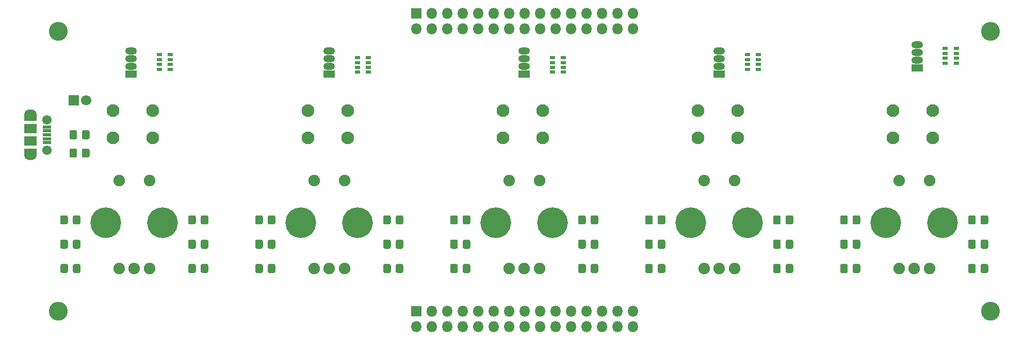
<source format=gbr>
%TF.GenerationSoftware,KiCad,Pcbnew,(5.1.6)-1*%
%TF.CreationDate,2020-10-11T19:25:41-07:00*%
%TF.ProjectId,Autopilot panel,4175746f-7069-46c6-9f74-2070616e656c,rev?*%
%TF.SameCoordinates,Original*%
%TF.FileFunction,Soldermask,Top*%
%TF.FilePolarity,Negative*%
%FSLAX46Y46*%
G04 Gerber Fmt 4.6, Leading zero omitted, Abs format (unit mm)*
G04 Created by KiCad (PCBNEW (5.1.6)-1) date 2020-10-11 19:25:41*
%MOMM*%
%LPD*%
G01*
G04 APERTURE LIST*
%ADD10C,1.900000*%
%ADD11C,5.050000*%
%ADD12C,3.100000*%
%ADD13R,2.000000X1.600000*%
%ADD14C,1.550000*%
%ADD15R,1.450000X0.500000*%
%ADD16O,2.000000X1.300000*%
%ADD17R,2.000000X1.300000*%
%ADD18C,2.100000*%
%ADD19O,1.800000X1.800000*%
%ADD20R,1.800000X1.800000*%
%ADD21R,1.900000X1.170000*%
%ADD22O,1.900000X1.170000*%
%ADD23R,0.900000X0.600000*%
%ADD24R,0.900000X0.500000*%
%ADD25R,1.700000X1.700000*%
%ADD26C,1.700000*%
G04 APERTURE END LIST*
D10*
%TO.C,J6*%
X145000000Y-108000000D03*
X150000000Y-108000000D03*
X147500000Y-108000000D03*
X145000000Y-93500000D03*
X150000000Y-93500000D03*
D11*
X142850000Y-100500000D03*
X152150000Y-100500000D03*
%TD*%
D12*
%TO.C,HOLE4*%
X192000000Y-69000000D03*
%TD*%
%TO.C,HOLE3*%
X192000000Y-115000000D03*
%TD*%
%TO.C,HOLE2*%
X39000000Y-115000000D03*
%TD*%
%TO.C,HOLE1*%
X39000000Y-69000000D03*
%TD*%
%TO.C,C2*%
G36*
G01*
X41425000Y-108478262D02*
X41425000Y-107521738D01*
G75*
G02*
X41696738Y-107250000I271738J0D01*
G01*
X42403262Y-107250000D01*
G75*
G02*
X42675000Y-107521738I0J-271738D01*
G01*
X42675000Y-108478262D01*
G75*
G02*
X42403262Y-108750000I-271738J0D01*
G01*
X41696738Y-108750000D01*
G75*
G02*
X41425000Y-108478262I0J271738D01*
G01*
G37*
G36*
G01*
X39375000Y-108478262D02*
X39375000Y-107521738D01*
G75*
G02*
X39646738Y-107250000I271738J0D01*
G01*
X40353262Y-107250000D01*
G75*
G02*
X40625000Y-107521738I0J-271738D01*
G01*
X40625000Y-108478262D01*
G75*
G02*
X40353262Y-108750000I-271738J0D01*
G01*
X39646738Y-108750000D01*
G75*
G02*
X39375000Y-108478262I0J271738D01*
G01*
G37*
%TD*%
%TO.C,C3*%
G36*
G01*
X63650000Y-107521738D02*
X63650000Y-108478262D01*
G75*
G02*
X63378262Y-108750000I-271738J0D01*
G01*
X62671738Y-108750000D01*
G75*
G02*
X62400000Y-108478262I0J271738D01*
G01*
X62400000Y-107521738D01*
G75*
G02*
X62671738Y-107250000I271738J0D01*
G01*
X63378262Y-107250000D01*
G75*
G02*
X63650000Y-107521738I0J-271738D01*
G01*
G37*
G36*
G01*
X61600000Y-107521738D02*
X61600000Y-108478262D01*
G75*
G02*
X61328262Y-108750000I-271738J0D01*
G01*
X60621738Y-108750000D01*
G75*
G02*
X60350000Y-108478262I0J271738D01*
G01*
X60350000Y-107521738D01*
G75*
G02*
X60621738Y-107250000I271738J0D01*
G01*
X61328262Y-107250000D01*
G75*
G02*
X61600000Y-107521738I0J-271738D01*
G01*
G37*
%TD*%
%TO.C,C4*%
G36*
G01*
X71350000Y-108478262D02*
X71350000Y-107521738D01*
G75*
G02*
X71621738Y-107250000I271738J0D01*
G01*
X72328262Y-107250000D01*
G75*
G02*
X72600000Y-107521738I0J-271738D01*
G01*
X72600000Y-108478262D01*
G75*
G02*
X72328262Y-108750000I-271738J0D01*
G01*
X71621738Y-108750000D01*
G75*
G02*
X71350000Y-108478262I0J271738D01*
G01*
G37*
G36*
G01*
X73400000Y-108478262D02*
X73400000Y-107521738D01*
G75*
G02*
X73671738Y-107250000I271738J0D01*
G01*
X74378262Y-107250000D01*
G75*
G02*
X74650000Y-107521738I0J-271738D01*
G01*
X74650000Y-108478262D01*
G75*
G02*
X74378262Y-108750000I-271738J0D01*
G01*
X73671738Y-108750000D01*
G75*
G02*
X73400000Y-108478262I0J271738D01*
G01*
G37*
%TD*%
%TO.C,C5*%
G36*
G01*
X93600000Y-107521738D02*
X93600000Y-108478262D01*
G75*
G02*
X93328262Y-108750000I-271738J0D01*
G01*
X92621738Y-108750000D01*
G75*
G02*
X92350000Y-108478262I0J271738D01*
G01*
X92350000Y-107521738D01*
G75*
G02*
X92621738Y-107250000I271738J0D01*
G01*
X93328262Y-107250000D01*
G75*
G02*
X93600000Y-107521738I0J-271738D01*
G01*
G37*
G36*
G01*
X95650000Y-107521738D02*
X95650000Y-108478262D01*
G75*
G02*
X95378262Y-108750000I-271738J0D01*
G01*
X94671738Y-108750000D01*
G75*
G02*
X94400000Y-108478262I0J271738D01*
G01*
X94400000Y-107521738D01*
G75*
G02*
X94671738Y-107250000I271738J0D01*
G01*
X95378262Y-107250000D01*
G75*
G02*
X95650000Y-107521738I0J-271738D01*
G01*
G37*
%TD*%
%TO.C,C6*%
G36*
G01*
X103350000Y-108478262D02*
X103350000Y-107521738D01*
G75*
G02*
X103621738Y-107250000I271738J0D01*
G01*
X104328262Y-107250000D01*
G75*
G02*
X104600000Y-107521738I0J-271738D01*
G01*
X104600000Y-108478262D01*
G75*
G02*
X104328262Y-108750000I-271738J0D01*
G01*
X103621738Y-108750000D01*
G75*
G02*
X103350000Y-108478262I0J271738D01*
G01*
G37*
G36*
G01*
X105400000Y-108478262D02*
X105400000Y-107521738D01*
G75*
G02*
X105671738Y-107250000I271738J0D01*
G01*
X106378262Y-107250000D01*
G75*
G02*
X106650000Y-107521738I0J-271738D01*
G01*
X106650000Y-108478262D01*
G75*
G02*
X106378262Y-108750000I-271738J0D01*
G01*
X105671738Y-108750000D01*
G75*
G02*
X105400000Y-108478262I0J271738D01*
G01*
G37*
%TD*%
%TO.C,C7*%
G36*
G01*
X125600000Y-107521738D02*
X125600000Y-108478262D01*
G75*
G02*
X125328262Y-108750000I-271738J0D01*
G01*
X124621738Y-108750000D01*
G75*
G02*
X124350000Y-108478262I0J271738D01*
G01*
X124350000Y-107521738D01*
G75*
G02*
X124621738Y-107250000I271738J0D01*
G01*
X125328262Y-107250000D01*
G75*
G02*
X125600000Y-107521738I0J-271738D01*
G01*
G37*
G36*
G01*
X127650000Y-107521738D02*
X127650000Y-108478262D01*
G75*
G02*
X127378262Y-108750000I-271738J0D01*
G01*
X126671738Y-108750000D01*
G75*
G02*
X126400000Y-108478262I0J271738D01*
G01*
X126400000Y-107521738D01*
G75*
G02*
X126671738Y-107250000I271738J0D01*
G01*
X127378262Y-107250000D01*
G75*
G02*
X127650000Y-107521738I0J-271738D01*
G01*
G37*
%TD*%
%TO.C,C8*%
G36*
G01*
X137400000Y-108478262D02*
X137400000Y-107521738D01*
G75*
G02*
X137671738Y-107250000I271738J0D01*
G01*
X138378262Y-107250000D01*
G75*
G02*
X138650000Y-107521738I0J-271738D01*
G01*
X138650000Y-108478262D01*
G75*
G02*
X138378262Y-108750000I-271738J0D01*
G01*
X137671738Y-108750000D01*
G75*
G02*
X137400000Y-108478262I0J271738D01*
G01*
G37*
G36*
G01*
X135350000Y-108478262D02*
X135350000Y-107521738D01*
G75*
G02*
X135621738Y-107250000I271738J0D01*
G01*
X136328262Y-107250000D01*
G75*
G02*
X136600000Y-107521738I0J-271738D01*
G01*
X136600000Y-108478262D01*
G75*
G02*
X136328262Y-108750000I-271738J0D01*
G01*
X135621738Y-108750000D01*
G75*
G02*
X135350000Y-108478262I0J271738D01*
G01*
G37*
%TD*%
%TO.C,C9*%
G36*
G01*
X159650000Y-107521738D02*
X159650000Y-108478262D01*
G75*
G02*
X159378262Y-108750000I-271738J0D01*
G01*
X158671738Y-108750000D01*
G75*
G02*
X158400000Y-108478262I0J271738D01*
G01*
X158400000Y-107521738D01*
G75*
G02*
X158671738Y-107250000I271738J0D01*
G01*
X159378262Y-107250000D01*
G75*
G02*
X159650000Y-107521738I0J-271738D01*
G01*
G37*
G36*
G01*
X157600000Y-107521738D02*
X157600000Y-108478262D01*
G75*
G02*
X157328262Y-108750000I-271738J0D01*
G01*
X156621738Y-108750000D01*
G75*
G02*
X156350000Y-108478262I0J271738D01*
G01*
X156350000Y-107521738D01*
G75*
G02*
X156621738Y-107250000I271738J0D01*
G01*
X157328262Y-107250000D01*
G75*
G02*
X157600000Y-107521738I0J-271738D01*
G01*
G37*
%TD*%
%TO.C,C10*%
G36*
G01*
X167350000Y-108478262D02*
X167350000Y-107521738D01*
G75*
G02*
X167621738Y-107250000I271738J0D01*
G01*
X168328262Y-107250000D01*
G75*
G02*
X168600000Y-107521738I0J-271738D01*
G01*
X168600000Y-108478262D01*
G75*
G02*
X168328262Y-108750000I-271738J0D01*
G01*
X167621738Y-108750000D01*
G75*
G02*
X167350000Y-108478262I0J271738D01*
G01*
G37*
G36*
G01*
X169400000Y-108478262D02*
X169400000Y-107521738D01*
G75*
G02*
X169671738Y-107250000I271738J0D01*
G01*
X170378262Y-107250000D01*
G75*
G02*
X170650000Y-107521738I0J-271738D01*
G01*
X170650000Y-108478262D01*
G75*
G02*
X170378262Y-108750000I-271738J0D01*
G01*
X169671738Y-108750000D01*
G75*
G02*
X169400000Y-108478262I0J271738D01*
G01*
G37*
%TD*%
%TO.C,C11*%
G36*
G01*
X189600000Y-107521738D02*
X189600000Y-108478262D01*
G75*
G02*
X189328262Y-108750000I-271738J0D01*
G01*
X188621738Y-108750000D01*
G75*
G02*
X188350000Y-108478262I0J271738D01*
G01*
X188350000Y-107521738D01*
G75*
G02*
X188621738Y-107250000I271738J0D01*
G01*
X189328262Y-107250000D01*
G75*
G02*
X189600000Y-107521738I0J-271738D01*
G01*
G37*
G36*
G01*
X191650000Y-107521738D02*
X191650000Y-108478262D01*
G75*
G02*
X191378262Y-108750000I-271738J0D01*
G01*
X190671738Y-108750000D01*
G75*
G02*
X190400000Y-108478262I0J271738D01*
G01*
X190400000Y-107521738D01*
G75*
G02*
X190671738Y-107250000I271738J0D01*
G01*
X191378262Y-107250000D01*
G75*
G02*
X191650000Y-107521738I0J-271738D01*
G01*
G37*
%TD*%
D13*
%TO.C,J1*%
X34462500Y-87000000D03*
D14*
X37162500Y-83500000D03*
D15*
X37162500Y-85350000D03*
X37162500Y-84700000D03*
X37162500Y-87300000D03*
X37162500Y-86650000D03*
X37162500Y-86000000D03*
D14*
X37162500Y-88500000D03*
D13*
X34462500Y-85000000D03*
D16*
X34462500Y-82500000D03*
X34462500Y-89500000D03*
D17*
X34462500Y-88900000D03*
X34462500Y-83100000D03*
%TD*%
D10*
%TO.C,J3*%
X49000000Y-108000000D03*
X54000000Y-108000000D03*
X51500000Y-108000000D03*
X49000000Y-93500000D03*
X54000000Y-93500000D03*
D11*
X46850000Y-100500000D03*
X56150000Y-100500000D03*
%TD*%
D10*
%TO.C,J4*%
X81000000Y-108000000D03*
X86000000Y-108000000D03*
X83500000Y-108000000D03*
X81000000Y-93500000D03*
X86000000Y-93500000D03*
D11*
X78850000Y-100500000D03*
X88150000Y-100500000D03*
%TD*%
%TO.C,J5*%
X120150000Y-100500000D03*
X110850000Y-100500000D03*
D10*
X118000000Y-93500000D03*
X113000000Y-93500000D03*
X115500000Y-108000000D03*
X118000000Y-108000000D03*
X113000000Y-108000000D03*
%TD*%
D11*
%TO.C,J7*%
X184150000Y-100500000D03*
X174850000Y-100500000D03*
D10*
X182000000Y-93500000D03*
X177000000Y-93500000D03*
X179500000Y-108000000D03*
X182000000Y-108000000D03*
X177000000Y-108000000D03*
%TD*%
%TO.C,R6*%
G36*
G01*
X41400000Y-104478262D02*
X41400000Y-103521738D01*
G75*
G02*
X41671738Y-103250000I271738J0D01*
G01*
X42378262Y-103250000D01*
G75*
G02*
X42650000Y-103521738I0J-271738D01*
G01*
X42650000Y-104478262D01*
G75*
G02*
X42378262Y-104750000I-271738J0D01*
G01*
X41671738Y-104750000D01*
G75*
G02*
X41400000Y-104478262I0J271738D01*
G01*
G37*
G36*
G01*
X39350000Y-104478262D02*
X39350000Y-103521738D01*
G75*
G02*
X39621738Y-103250000I271738J0D01*
G01*
X40328262Y-103250000D01*
G75*
G02*
X40600000Y-103521738I0J-271738D01*
G01*
X40600000Y-104478262D01*
G75*
G02*
X40328262Y-104750000I-271738J0D01*
G01*
X39621738Y-104750000D01*
G75*
G02*
X39350000Y-104478262I0J271738D01*
G01*
G37*
%TD*%
%TO.C,R7*%
G36*
G01*
X63650000Y-103521738D02*
X63650000Y-104478262D01*
G75*
G02*
X63378262Y-104750000I-271738J0D01*
G01*
X62671738Y-104750000D01*
G75*
G02*
X62400000Y-104478262I0J271738D01*
G01*
X62400000Y-103521738D01*
G75*
G02*
X62671738Y-103250000I271738J0D01*
G01*
X63378262Y-103250000D01*
G75*
G02*
X63650000Y-103521738I0J-271738D01*
G01*
G37*
G36*
G01*
X61600000Y-103521738D02*
X61600000Y-104478262D01*
G75*
G02*
X61328262Y-104750000I-271738J0D01*
G01*
X60621738Y-104750000D01*
G75*
G02*
X60350000Y-104478262I0J271738D01*
G01*
X60350000Y-103521738D01*
G75*
G02*
X60621738Y-103250000I271738J0D01*
G01*
X61328262Y-103250000D01*
G75*
G02*
X61600000Y-103521738I0J-271738D01*
G01*
G37*
%TD*%
%TO.C,R8*%
G36*
G01*
X39350000Y-100478262D02*
X39350000Y-99521738D01*
G75*
G02*
X39621738Y-99250000I271738J0D01*
G01*
X40328262Y-99250000D01*
G75*
G02*
X40600000Y-99521738I0J-271738D01*
G01*
X40600000Y-100478262D01*
G75*
G02*
X40328262Y-100750000I-271738J0D01*
G01*
X39621738Y-100750000D01*
G75*
G02*
X39350000Y-100478262I0J271738D01*
G01*
G37*
G36*
G01*
X41400000Y-100478262D02*
X41400000Y-99521738D01*
G75*
G02*
X41671738Y-99250000I271738J0D01*
G01*
X42378262Y-99250000D01*
G75*
G02*
X42650000Y-99521738I0J-271738D01*
G01*
X42650000Y-100478262D01*
G75*
G02*
X42378262Y-100750000I-271738J0D01*
G01*
X41671738Y-100750000D01*
G75*
G02*
X41400000Y-100478262I0J271738D01*
G01*
G37*
%TD*%
%TO.C,R9*%
G36*
G01*
X61600000Y-99521738D02*
X61600000Y-100478262D01*
G75*
G02*
X61328262Y-100750000I-271738J0D01*
G01*
X60621738Y-100750000D01*
G75*
G02*
X60350000Y-100478262I0J271738D01*
G01*
X60350000Y-99521738D01*
G75*
G02*
X60621738Y-99250000I271738J0D01*
G01*
X61328262Y-99250000D01*
G75*
G02*
X61600000Y-99521738I0J-271738D01*
G01*
G37*
G36*
G01*
X63650000Y-99521738D02*
X63650000Y-100478262D01*
G75*
G02*
X63378262Y-100750000I-271738J0D01*
G01*
X62671738Y-100750000D01*
G75*
G02*
X62400000Y-100478262I0J271738D01*
G01*
X62400000Y-99521738D01*
G75*
G02*
X62671738Y-99250000I271738J0D01*
G01*
X63378262Y-99250000D01*
G75*
G02*
X63650000Y-99521738I0J-271738D01*
G01*
G37*
%TD*%
%TO.C,R10*%
G36*
G01*
X73400000Y-104478262D02*
X73400000Y-103521738D01*
G75*
G02*
X73671738Y-103250000I271738J0D01*
G01*
X74378262Y-103250000D01*
G75*
G02*
X74650000Y-103521738I0J-271738D01*
G01*
X74650000Y-104478262D01*
G75*
G02*
X74378262Y-104750000I-271738J0D01*
G01*
X73671738Y-104750000D01*
G75*
G02*
X73400000Y-104478262I0J271738D01*
G01*
G37*
G36*
G01*
X71350000Y-104478262D02*
X71350000Y-103521738D01*
G75*
G02*
X71621738Y-103250000I271738J0D01*
G01*
X72328262Y-103250000D01*
G75*
G02*
X72600000Y-103521738I0J-271738D01*
G01*
X72600000Y-104478262D01*
G75*
G02*
X72328262Y-104750000I-271738J0D01*
G01*
X71621738Y-104750000D01*
G75*
G02*
X71350000Y-104478262I0J271738D01*
G01*
G37*
%TD*%
%TO.C,R11*%
G36*
G01*
X93600000Y-103521738D02*
X93600000Y-104478262D01*
G75*
G02*
X93328262Y-104750000I-271738J0D01*
G01*
X92621738Y-104750000D01*
G75*
G02*
X92350000Y-104478262I0J271738D01*
G01*
X92350000Y-103521738D01*
G75*
G02*
X92621738Y-103250000I271738J0D01*
G01*
X93328262Y-103250000D01*
G75*
G02*
X93600000Y-103521738I0J-271738D01*
G01*
G37*
G36*
G01*
X95650000Y-103521738D02*
X95650000Y-104478262D01*
G75*
G02*
X95378262Y-104750000I-271738J0D01*
G01*
X94671738Y-104750000D01*
G75*
G02*
X94400000Y-104478262I0J271738D01*
G01*
X94400000Y-103521738D01*
G75*
G02*
X94671738Y-103250000I271738J0D01*
G01*
X95378262Y-103250000D01*
G75*
G02*
X95650000Y-103521738I0J-271738D01*
G01*
G37*
%TD*%
%TO.C,R12*%
G36*
G01*
X73400000Y-100478262D02*
X73400000Y-99521738D01*
G75*
G02*
X73671738Y-99250000I271738J0D01*
G01*
X74378262Y-99250000D01*
G75*
G02*
X74650000Y-99521738I0J-271738D01*
G01*
X74650000Y-100478262D01*
G75*
G02*
X74378262Y-100750000I-271738J0D01*
G01*
X73671738Y-100750000D01*
G75*
G02*
X73400000Y-100478262I0J271738D01*
G01*
G37*
G36*
G01*
X71350000Y-100478262D02*
X71350000Y-99521738D01*
G75*
G02*
X71621738Y-99250000I271738J0D01*
G01*
X72328262Y-99250000D01*
G75*
G02*
X72600000Y-99521738I0J-271738D01*
G01*
X72600000Y-100478262D01*
G75*
G02*
X72328262Y-100750000I-271738J0D01*
G01*
X71621738Y-100750000D01*
G75*
G02*
X71350000Y-100478262I0J271738D01*
G01*
G37*
%TD*%
%TO.C,R13*%
G36*
G01*
X95650000Y-99521738D02*
X95650000Y-100478262D01*
G75*
G02*
X95378262Y-100750000I-271738J0D01*
G01*
X94671738Y-100750000D01*
G75*
G02*
X94400000Y-100478262I0J271738D01*
G01*
X94400000Y-99521738D01*
G75*
G02*
X94671738Y-99250000I271738J0D01*
G01*
X95378262Y-99250000D01*
G75*
G02*
X95650000Y-99521738I0J-271738D01*
G01*
G37*
G36*
G01*
X93600000Y-99521738D02*
X93600000Y-100478262D01*
G75*
G02*
X93328262Y-100750000I-271738J0D01*
G01*
X92621738Y-100750000D01*
G75*
G02*
X92350000Y-100478262I0J271738D01*
G01*
X92350000Y-99521738D01*
G75*
G02*
X92621738Y-99250000I271738J0D01*
G01*
X93328262Y-99250000D01*
G75*
G02*
X93600000Y-99521738I0J-271738D01*
G01*
G37*
%TD*%
%TO.C,R14*%
G36*
G01*
X103350000Y-104478262D02*
X103350000Y-103521738D01*
G75*
G02*
X103621738Y-103250000I271738J0D01*
G01*
X104328262Y-103250000D01*
G75*
G02*
X104600000Y-103521738I0J-271738D01*
G01*
X104600000Y-104478262D01*
G75*
G02*
X104328262Y-104750000I-271738J0D01*
G01*
X103621738Y-104750000D01*
G75*
G02*
X103350000Y-104478262I0J271738D01*
G01*
G37*
G36*
G01*
X105400000Y-104478262D02*
X105400000Y-103521738D01*
G75*
G02*
X105671738Y-103250000I271738J0D01*
G01*
X106378262Y-103250000D01*
G75*
G02*
X106650000Y-103521738I0J-271738D01*
G01*
X106650000Y-104478262D01*
G75*
G02*
X106378262Y-104750000I-271738J0D01*
G01*
X105671738Y-104750000D01*
G75*
G02*
X105400000Y-104478262I0J271738D01*
G01*
G37*
%TD*%
%TO.C,R15*%
G36*
G01*
X125600000Y-103521738D02*
X125600000Y-104478262D01*
G75*
G02*
X125328262Y-104750000I-271738J0D01*
G01*
X124621738Y-104750000D01*
G75*
G02*
X124350000Y-104478262I0J271738D01*
G01*
X124350000Y-103521738D01*
G75*
G02*
X124621738Y-103250000I271738J0D01*
G01*
X125328262Y-103250000D01*
G75*
G02*
X125600000Y-103521738I0J-271738D01*
G01*
G37*
G36*
G01*
X127650000Y-103521738D02*
X127650000Y-104478262D01*
G75*
G02*
X127378262Y-104750000I-271738J0D01*
G01*
X126671738Y-104750000D01*
G75*
G02*
X126400000Y-104478262I0J271738D01*
G01*
X126400000Y-103521738D01*
G75*
G02*
X126671738Y-103250000I271738J0D01*
G01*
X127378262Y-103250000D01*
G75*
G02*
X127650000Y-103521738I0J-271738D01*
G01*
G37*
%TD*%
%TO.C,R16*%
G36*
G01*
X103350000Y-100478262D02*
X103350000Y-99521738D01*
G75*
G02*
X103621738Y-99250000I271738J0D01*
G01*
X104328262Y-99250000D01*
G75*
G02*
X104600000Y-99521738I0J-271738D01*
G01*
X104600000Y-100478262D01*
G75*
G02*
X104328262Y-100750000I-271738J0D01*
G01*
X103621738Y-100750000D01*
G75*
G02*
X103350000Y-100478262I0J271738D01*
G01*
G37*
G36*
G01*
X105400000Y-100478262D02*
X105400000Y-99521738D01*
G75*
G02*
X105671738Y-99250000I271738J0D01*
G01*
X106378262Y-99250000D01*
G75*
G02*
X106650000Y-99521738I0J-271738D01*
G01*
X106650000Y-100478262D01*
G75*
G02*
X106378262Y-100750000I-271738J0D01*
G01*
X105671738Y-100750000D01*
G75*
G02*
X105400000Y-100478262I0J271738D01*
G01*
G37*
%TD*%
%TO.C,R17*%
G36*
G01*
X127650000Y-99521738D02*
X127650000Y-100478262D01*
G75*
G02*
X127378262Y-100750000I-271738J0D01*
G01*
X126671738Y-100750000D01*
G75*
G02*
X126400000Y-100478262I0J271738D01*
G01*
X126400000Y-99521738D01*
G75*
G02*
X126671738Y-99250000I271738J0D01*
G01*
X127378262Y-99250000D01*
G75*
G02*
X127650000Y-99521738I0J-271738D01*
G01*
G37*
G36*
G01*
X125600000Y-99521738D02*
X125600000Y-100478262D01*
G75*
G02*
X125328262Y-100750000I-271738J0D01*
G01*
X124621738Y-100750000D01*
G75*
G02*
X124350000Y-100478262I0J271738D01*
G01*
X124350000Y-99521738D01*
G75*
G02*
X124621738Y-99250000I271738J0D01*
G01*
X125328262Y-99250000D01*
G75*
G02*
X125600000Y-99521738I0J-271738D01*
G01*
G37*
%TD*%
%TO.C,R18*%
G36*
G01*
X135350000Y-104478262D02*
X135350000Y-103521738D01*
G75*
G02*
X135621738Y-103250000I271738J0D01*
G01*
X136328262Y-103250000D01*
G75*
G02*
X136600000Y-103521738I0J-271738D01*
G01*
X136600000Y-104478262D01*
G75*
G02*
X136328262Y-104750000I-271738J0D01*
G01*
X135621738Y-104750000D01*
G75*
G02*
X135350000Y-104478262I0J271738D01*
G01*
G37*
G36*
G01*
X137400000Y-104478262D02*
X137400000Y-103521738D01*
G75*
G02*
X137671738Y-103250000I271738J0D01*
G01*
X138378262Y-103250000D01*
G75*
G02*
X138650000Y-103521738I0J-271738D01*
G01*
X138650000Y-104478262D01*
G75*
G02*
X138378262Y-104750000I-271738J0D01*
G01*
X137671738Y-104750000D01*
G75*
G02*
X137400000Y-104478262I0J271738D01*
G01*
G37*
%TD*%
%TO.C,R19*%
G36*
G01*
X157600000Y-103521738D02*
X157600000Y-104478262D01*
G75*
G02*
X157328262Y-104750000I-271738J0D01*
G01*
X156621738Y-104750000D01*
G75*
G02*
X156350000Y-104478262I0J271738D01*
G01*
X156350000Y-103521738D01*
G75*
G02*
X156621738Y-103250000I271738J0D01*
G01*
X157328262Y-103250000D01*
G75*
G02*
X157600000Y-103521738I0J-271738D01*
G01*
G37*
G36*
G01*
X159650000Y-103521738D02*
X159650000Y-104478262D01*
G75*
G02*
X159378262Y-104750000I-271738J0D01*
G01*
X158671738Y-104750000D01*
G75*
G02*
X158400000Y-104478262I0J271738D01*
G01*
X158400000Y-103521738D01*
G75*
G02*
X158671738Y-103250000I271738J0D01*
G01*
X159378262Y-103250000D01*
G75*
G02*
X159650000Y-103521738I0J-271738D01*
G01*
G37*
%TD*%
%TO.C,R20*%
G36*
G01*
X137400000Y-100478262D02*
X137400000Y-99521738D01*
G75*
G02*
X137671738Y-99250000I271738J0D01*
G01*
X138378262Y-99250000D01*
G75*
G02*
X138650000Y-99521738I0J-271738D01*
G01*
X138650000Y-100478262D01*
G75*
G02*
X138378262Y-100750000I-271738J0D01*
G01*
X137671738Y-100750000D01*
G75*
G02*
X137400000Y-100478262I0J271738D01*
G01*
G37*
G36*
G01*
X135350000Y-100478262D02*
X135350000Y-99521738D01*
G75*
G02*
X135621738Y-99250000I271738J0D01*
G01*
X136328262Y-99250000D01*
G75*
G02*
X136600000Y-99521738I0J-271738D01*
G01*
X136600000Y-100478262D01*
G75*
G02*
X136328262Y-100750000I-271738J0D01*
G01*
X135621738Y-100750000D01*
G75*
G02*
X135350000Y-100478262I0J271738D01*
G01*
G37*
%TD*%
%TO.C,R21*%
G36*
G01*
X159650000Y-99521738D02*
X159650000Y-100478262D01*
G75*
G02*
X159378262Y-100750000I-271738J0D01*
G01*
X158671738Y-100750000D01*
G75*
G02*
X158400000Y-100478262I0J271738D01*
G01*
X158400000Y-99521738D01*
G75*
G02*
X158671738Y-99250000I271738J0D01*
G01*
X159378262Y-99250000D01*
G75*
G02*
X159650000Y-99521738I0J-271738D01*
G01*
G37*
G36*
G01*
X157600000Y-99521738D02*
X157600000Y-100478262D01*
G75*
G02*
X157328262Y-100750000I-271738J0D01*
G01*
X156621738Y-100750000D01*
G75*
G02*
X156350000Y-100478262I0J271738D01*
G01*
X156350000Y-99521738D01*
G75*
G02*
X156621738Y-99250000I271738J0D01*
G01*
X157328262Y-99250000D01*
G75*
G02*
X157600000Y-99521738I0J-271738D01*
G01*
G37*
%TD*%
%TO.C,R22*%
G36*
G01*
X167350000Y-104478262D02*
X167350000Y-103521738D01*
G75*
G02*
X167621738Y-103250000I271738J0D01*
G01*
X168328262Y-103250000D01*
G75*
G02*
X168600000Y-103521738I0J-271738D01*
G01*
X168600000Y-104478262D01*
G75*
G02*
X168328262Y-104750000I-271738J0D01*
G01*
X167621738Y-104750000D01*
G75*
G02*
X167350000Y-104478262I0J271738D01*
G01*
G37*
G36*
G01*
X169400000Y-104478262D02*
X169400000Y-103521738D01*
G75*
G02*
X169671738Y-103250000I271738J0D01*
G01*
X170378262Y-103250000D01*
G75*
G02*
X170650000Y-103521738I0J-271738D01*
G01*
X170650000Y-104478262D01*
G75*
G02*
X170378262Y-104750000I-271738J0D01*
G01*
X169671738Y-104750000D01*
G75*
G02*
X169400000Y-104478262I0J271738D01*
G01*
G37*
%TD*%
%TO.C,R23*%
G36*
G01*
X189600000Y-103521738D02*
X189600000Y-104478262D01*
G75*
G02*
X189328262Y-104750000I-271738J0D01*
G01*
X188621738Y-104750000D01*
G75*
G02*
X188350000Y-104478262I0J271738D01*
G01*
X188350000Y-103521738D01*
G75*
G02*
X188621738Y-103250000I271738J0D01*
G01*
X189328262Y-103250000D01*
G75*
G02*
X189600000Y-103521738I0J-271738D01*
G01*
G37*
G36*
G01*
X191650000Y-103521738D02*
X191650000Y-104478262D01*
G75*
G02*
X191378262Y-104750000I-271738J0D01*
G01*
X190671738Y-104750000D01*
G75*
G02*
X190400000Y-104478262I0J271738D01*
G01*
X190400000Y-103521738D01*
G75*
G02*
X190671738Y-103250000I271738J0D01*
G01*
X191378262Y-103250000D01*
G75*
G02*
X191650000Y-103521738I0J-271738D01*
G01*
G37*
%TD*%
%TO.C,R24*%
G36*
G01*
X169400000Y-100478262D02*
X169400000Y-99521738D01*
G75*
G02*
X169671738Y-99250000I271738J0D01*
G01*
X170378262Y-99250000D01*
G75*
G02*
X170650000Y-99521738I0J-271738D01*
G01*
X170650000Y-100478262D01*
G75*
G02*
X170378262Y-100750000I-271738J0D01*
G01*
X169671738Y-100750000D01*
G75*
G02*
X169400000Y-100478262I0J271738D01*
G01*
G37*
G36*
G01*
X167350000Y-100478262D02*
X167350000Y-99521738D01*
G75*
G02*
X167621738Y-99250000I271738J0D01*
G01*
X168328262Y-99250000D01*
G75*
G02*
X168600000Y-99521738I0J-271738D01*
G01*
X168600000Y-100478262D01*
G75*
G02*
X168328262Y-100750000I-271738J0D01*
G01*
X167621738Y-100750000D01*
G75*
G02*
X167350000Y-100478262I0J271738D01*
G01*
G37*
%TD*%
%TO.C,R25*%
G36*
G01*
X191650000Y-99521738D02*
X191650000Y-100478262D01*
G75*
G02*
X191378262Y-100750000I-271738J0D01*
G01*
X190671738Y-100750000D01*
G75*
G02*
X190400000Y-100478262I0J271738D01*
G01*
X190400000Y-99521738D01*
G75*
G02*
X190671738Y-99250000I271738J0D01*
G01*
X191378262Y-99250000D01*
G75*
G02*
X191650000Y-99521738I0J-271738D01*
G01*
G37*
G36*
G01*
X189600000Y-99521738D02*
X189600000Y-100478262D01*
G75*
G02*
X189328262Y-100750000I-271738J0D01*
G01*
X188621738Y-100750000D01*
G75*
G02*
X188350000Y-100478262I0J271738D01*
G01*
X188350000Y-99521738D01*
G75*
G02*
X188621738Y-99250000I271738J0D01*
G01*
X189328262Y-99250000D01*
G75*
G02*
X189600000Y-99521738I0J-271738D01*
G01*
G37*
%TD*%
D18*
%TO.C,SW1*%
X48000000Y-86500000D03*
X48000000Y-82000000D03*
X54500000Y-86500000D03*
X54500000Y-82000000D03*
%TD*%
%TO.C,SW2*%
X86500000Y-82000000D03*
X86500000Y-86500000D03*
X80000000Y-82000000D03*
X80000000Y-86500000D03*
%TD*%
%TO.C,SW3*%
X112000000Y-86500000D03*
X112000000Y-82000000D03*
X118500000Y-86500000D03*
X118500000Y-82000000D03*
%TD*%
%TO.C,SW4*%
X150500000Y-82000000D03*
X150500000Y-86500000D03*
X144000000Y-82000000D03*
X144000000Y-86500000D03*
%TD*%
%TO.C,SW5*%
X176000000Y-86500000D03*
X176000000Y-82000000D03*
X182500000Y-86500000D03*
X182500000Y-82000000D03*
%TD*%
%TO.C,D6*%
G36*
G01*
X44150000Y-88521738D02*
X44150000Y-89478262D01*
G75*
G02*
X43878262Y-89750000I-271738J0D01*
G01*
X43171738Y-89750000D01*
G75*
G02*
X42900000Y-89478262I0J271738D01*
G01*
X42900000Y-88521738D01*
G75*
G02*
X43171738Y-88250000I271738J0D01*
G01*
X43878262Y-88250000D01*
G75*
G02*
X44150000Y-88521738I0J-271738D01*
G01*
G37*
G36*
G01*
X42100000Y-88521738D02*
X42100000Y-89478262D01*
G75*
G02*
X41828262Y-89750000I-271738J0D01*
G01*
X41121738Y-89750000D01*
G75*
G02*
X40850000Y-89478262I0J271738D01*
G01*
X40850000Y-88521738D01*
G75*
G02*
X41121738Y-88250000I271738J0D01*
G01*
X41828262Y-88250000D01*
G75*
G02*
X42100000Y-88521738I0J-271738D01*
G01*
G37*
%TD*%
%TO.C,R26*%
G36*
G01*
X40850000Y-86478262D02*
X40850000Y-85521738D01*
G75*
G02*
X41121738Y-85250000I271738J0D01*
G01*
X41828262Y-85250000D01*
G75*
G02*
X42100000Y-85521738I0J-271738D01*
G01*
X42100000Y-86478262D01*
G75*
G02*
X41828262Y-86750000I-271738J0D01*
G01*
X41121738Y-86750000D01*
G75*
G02*
X40850000Y-86478262I0J271738D01*
G01*
G37*
G36*
G01*
X42900000Y-86478262D02*
X42900000Y-85521738D01*
G75*
G02*
X43171738Y-85250000I271738J0D01*
G01*
X43878262Y-85250000D01*
G75*
G02*
X44150000Y-85521738I0J-271738D01*
G01*
X44150000Y-86478262D01*
G75*
G02*
X43878262Y-86750000I-271738J0D01*
G01*
X43171738Y-86750000D01*
G75*
G02*
X42900000Y-86478262I0J271738D01*
G01*
G37*
%TD*%
D19*
%TO.C,J2*%
X133310000Y-117540000D03*
X133310000Y-115000000D03*
X130770000Y-117540000D03*
X130770000Y-115000000D03*
X128230000Y-117540000D03*
X128230000Y-115000000D03*
X125690000Y-117540000D03*
X125690000Y-115000000D03*
X123150000Y-117540000D03*
X123150000Y-115000000D03*
X120610000Y-117540000D03*
X120610000Y-115000000D03*
X118070000Y-117540000D03*
X118070000Y-115000000D03*
X115530000Y-117540000D03*
X115530000Y-115000000D03*
X112990000Y-117540000D03*
X112990000Y-115000000D03*
X110450000Y-117540000D03*
X110450000Y-115000000D03*
X107910000Y-117540000D03*
X107910000Y-115000000D03*
X105370000Y-117540000D03*
X105370000Y-115000000D03*
X102830000Y-117540000D03*
X102830000Y-115000000D03*
X100290000Y-117540000D03*
X100290000Y-115000000D03*
X97750000Y-117540000D03*
D20*
X97750000Y-115000000D03*
%TD*%
%TO.C,J8*%
X97750000Y-66000000D03*
D19*
X97750000Y-68540000D03*
X100290000Y-66000000D03*
X100290000Y-68540000D03*
X102830000Y-66000000D03*
X102830000Y-68540000D03*
X105370000Y-66000000D03*
X105370000Y-68540000D03*
X107910000Y-66000000D03*
X107910000Y-68540000D03*
X110450000Y-66000000D03*
X110450000Y-68540000D03*
X112990000Y-66000000D03*
X112990000Y-68540000D03*
X115530000Y-66000000D03*
X115530000Y-68540000D03*
X118070000Y-66000000D03*
X118070000Y-68540000D03*
X120610000Y-66000000D03*
X120610000Y-68540000D03*
X123150000Y-66000000D03*
X123150000Y-68540000D03*
X125690000Y-66000000D03*
X125690000Y-68540000D03*
X128230000Y-66000000D03*
X128230000Y-68540000D03*
X130770000Y-66000000D03*
X130770000Y-68540000D03*
X133310000Y-66000000D03*
X133310000Y-68540000D03*
%TD*%
D21*
%TO.C,D1*%
X51000000Y-76000000D03*
D22*
X51000000Y-74730000D03*
X51000000Y-73460000D03*
X51000000Y-72190000D03*
%TD*%
D21*
%TO.C,D2*%
X83500000Y-76000000D03*
D22*
X83500000Y-74730000D03*
X83500000Y-73460000D03*
X83500000Y-72190000D03*
%TD*%
D21*
%TO.C,D3*%
X115500000Y-76000000D03*
D22*
X115500000Y-74730000D03*
X115500000Y-73460000D03*
X115500000Y-72190000D03*
%TD*%
%TO.C,D4*%
X147500000Y-72190000D03*
X147500000Y-73460000D03*
X147500000Y-74730000D03*
D21*
X147500000Y-76000000D03*
%TD*%
%TO.C,D5*%
X180000000Y-75000000D03*
D22*
X180000000Y-73730000D03*
X180000000Y-72460000D03*
X180000000Y-71190000D03*
%TD*%
D23*
%TO.C,RN1*%
X55600000Y-72800000D03*
D24*
X55600000Y-74400000D03*
X55600000Y-73600000D03*
D23*
X55600000Y-75200000D03*
D24*
X57400000Y-73600000D03*
D23*
X57400000Y-72800000D03*
D24*
X57400000Y-74400000D03*
D23*
X57400000Y-75200000D03*
%TD*%
%TO.C,RN2*%
X89900000Y-75700000D03*
D24*
X89900000Y-74900000D03*
D23*
X89900000Y-73300000D03*
D24*
X89900000Y-74100000D03*
D23*
X88100000Y-75700000D03*
D24*
X88100000Y-74100000D03*
X88100000Y-74900000D03*
D23*
X88100000Y-73300000D03*
%TD*%
%TO.C,RN3*%
X120100000Y-73300000D03*
D24*
X120100000Y-74900000D03*
X120100000Y-74100000D03*
D23*
X120100000Y-75700000D03*
D24*
X121900000Y-74100000D03*
D23*
X121900000Y-73300000D03*
D24*
X121900000Y-74900000D03*
D23*
X121900000Y-75700000D03*
%TD*%
%TO.C,RN4*%
X153900000Y-75200000D03*
D24*
X153900000Y-74400000D03*
D23*
X153900000Y-72800000D03*
D24*
X153900000Y-73600000D03*
D23*
X152100000Y-75200000D03*
D24*
X152100000Y-73600000D03*
X152100000Y-74400000D03*
D23*
X152100000Y-72800000D03*
%TD*%
%TO.C,RN5*%
X184600000Y-71800000D03*
D24*
X184600000Y-73400000D03*
X184600000Y-72600000D03*
D23*
X184600000Y-74200000D03*
D24*
X186400000Y-72600000D03*
D23*
X186400000Y-71800000D03*
D24*
X186400000Y-73400000D03*
D23*
X186400000Y-74200000D03*
%TD*%
D25*
%TO.C,C1*%
X41600000Y-80300000D03*
D26*
X43600000Y-80300000D03*
%TD*%
M02*

</source>
